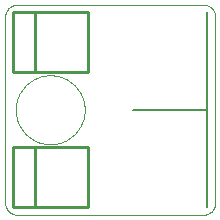
<source format=gto>
G75*
%MOIN*%
%OFA0B0*%
%FSLAX25Y25*%
%IPPOS*%
%LPD*%
%AMOC8*
5,1,8,0,0,1.08239X$1,22.5*
%
%ADD10C,0.00000*%
%ADD11C,0.00500*%
%ADD12C,0.01000*%
D10*
X0001000Y0004937D02*
X0001000Y0067063D01*
X0001002Y0067187D01*
X0001008Y0067310D01*
X0001017Y0067434D01*
X0001031Y0067556D01*
X0001048Y0067679D01*
X0001070Y0067801D01*
X0001095Y0067922D01*
X0001124Y0068042D01*
X0001156Y0068161D01*
X0001193Y0068280D01*
X0001233Y0068397D01*
X0001276Y0068512D01*
X0001324Y0068627D01*
X0001375Y0068739D01*
X0001429Y0068850D01*
X0001487Y0068960D01*
X0001548Y0069067D01*
X0001613Y0069173D01*
X0001681Y0069276D01*
X0001752Y0069377D01*
X0001826Y0069476D01*
X0001903Y0069573D01*
X0001984Y0069667D01*
X0002067Y0069758D01*
X0002153Y0069847D01*
X0002242Y0069933D01*
X0002333Y0070016D01*
X0002427Y0070097D01*
X0002524Y0070174D01*
X0002623Y0070248D01*
X0002724Y0070319D01*
X0002827Y0070387D01*
X0002933Y0070452D01*
X0003040Y0070513D01*
X0003150Y0070571D01*
X0003261Y0070625D01*
X0003373Y0070676D01*
X0003488Y0070724D01*
X0003603Y0070767D01*
X0003720Y0070807D01*
X0003839Y0070844D01*
X0003958Y0070876D01*
X0004078Y0070905D01*
X0004199Y0070930D01*
X0004321Y0070952D01*
X0004444Y0070969D01*
X0004566Y0070983D01*
X0004690Y0070992D01*
X0004813Y0070998D01*
X0004937Y0071000D01*
X0067063Y0071000D01*
X0067187Y0070998D01*
X0067310Y0070992D01*
X0067434Y0070983D01*
X0067556Y0070969D01*
X0067679Y0070952D01*
X0067801Y0070930D01*
X0067922Y0070905D01*
X0068042Y0070876D01*
X0068161Y0070844D01*
X0068280Y0070807D01*
X0068397Y0070767D01*
X0068512Y0070724D01*
X0068627Y0070676D01*
X0068739Y0070625D01*
X0068850Y0070571D01*
X0068960Y0070513D01*
X0069067Y0070452D01*
X0069173Y0070387D01*
X0069276Y0070319D01*
X0069377Y0070248D01*
X0069476Y0070174D01*
X0069573Y0070097D01*
X0069667Y0070016D01*
X0069758Y0069933D01*
X0069847Y0069847D01*
X0069933Y0069758D01*
X0070016Y0069667D01*
X0070097Y0069573D01*
X0070174Y0069476D01*
X0070248Y0069377D01*
X0070319Y0069276D01*
X0070387Y0069173D01*
X0070452Y0069067D01*
X0070513Y0068960D01*
X0070571Y0068850D01*
X0070625Y0068739D01*
X0070676Y0068627D01*
X0070724Y0068512D01*
X0070767Y0068397D01*
X0070807Y0068280D01*
X0070844Y0068161D01*
X0070876Y0068042D01*
X0070905Y0067922D01*
X0070930Y0067801D01*
X0070952Y0067679D01*
X0070969Y0067556D01*
X0070983Y0067434D01*
X0070992Y0067310D01*
X0070998Y0067187D01*
X0071000Y0067063D01*
X0071000Y0004937D01*
X0070998Y0004813D01*
X0070992Y0004690D01*
X0070983Y0004566D01*
X0070969Y0004444D01*
X0070952Y0004321D01*
X0070930Y0004199D01*
X0070905Y0004078D01*
X0070876Y0003958D01*
X0070844Y0003839D01*
X0070807Y0003720D01*
X0070767Y0003603D01*
X0070724Y0003488D01*
X0070676Y0003373D01*
X0070625Y0003261D01*
X0070571Y0003150D01*
X0070513Y0003040D01*
X0070452Y0002933D01*
X0070387Y0002827D01*
X0070319Y0002724D01*
X0070248Y0002623D01*
X0070174Y0002524D01*
X0070097Y0002427D01*
X0070016Y0002333D01*
X0069933Y0002242D01*
X0069847Y0002153D01*
X0069758Y0002067D01*
X0069667Y0001984D01*
X0069573Y0001903D01*
X0069476Y0001826D01*
X0069377Y0001752D01*
X0069276Y0001681D01*
X0069173Y0001613D01*
X0069067Y0001548D01*
X0068960Y0001487D01*
X0068850Y0001429D01*
X0068739Y0001375D01*
X0068627Y0001324D01*
X0068512Y0001276D01*
X0068397Y0001233D01*
X0068280Y0001193D01*
X0068161Y0001156D01*
X0068042Y0001124D01*
X0067922Y0001095D01*
X0067801Y0001070D01*
X0067679Y0001048D01*
X0067556Y0001031D01*
X0067434Y0001017D01*
X0067310Y0001008D01*
X0067187Y0001002D01*
X0067063Y0001000D01*
X0004937Y0001000D01*
X0004813Y0001002D01*
X0004690Y0001008D01*
X0004566Y0001017D01*
X0004444Y0001031D01*
X0004321Y0001048D01*
X0004199Y0001070D01*
X0004078Y0001095D01*
X0003958Y0001124D01*
X0003839Y0001156D01*
X0003720Y0001193D01*
X0003603Y0001233D01*
X0003488Y0001276D01*
X0003373Y0001324D01*
X0003261Y0001375D01*
X0003150Y0001429D01*
X0003040Y0001487D01*
X0002933Y0001548D01*
X0002827Y0001613D01*
X0002724Y0001681D01*
X0002623Y0001752D01*
X0002524Y0001826D01*
X0002427Y0001903D01*
X0002333Y0001984D01*
X0002242Y0002067D01*
X0002153Y0002153D01*
X0002067Y0002242D01*
X0001984Y0002333D01*
X0001903Y0002427D01*
X0001826Y0002524D01*
X0001752Y0002623D01*
X0001681Y0002724D01*
X0001613Y0002827D01*
X0001548Y0002933D01*
X0001487Y0003040D01*
X0001429Y0003150D01*
X0001375Y0003261D01*
X0001324Y0003373D01*
X0001276Y0003488D01*
X0001233Y0003603D01*
X0001193Y0003720D01*
X0001156Y0003839D01*
X0001124Y0003958D01*
X0001095Y0004078D01*
X0001070Y0004199D01*
X0001048Y0004321D01*
X0001031Y0004444D01*
X0001017Y0004566D01*
X0001008Y0004690D01*
X0001002Y0004813D01*
X0001000Y0004937D01*
X0004500Y0036000D02*
X0004503Y0036282D01*
X0004514Y0036564D01*
X0004531Y0036846D01*
X0004555Y0037127D01*
X0004586Y0037408D01*
X0004624Y0037687D01*
X0004669Y0037966D01*
X0004721Y0038244D01*
X0004779Y0038520D01*
X0004845Y0038794D01*
X0004917Y0039067D01*
X0004995Y0039338D01*
X0005080Y0039607D01*
X0005172Y0039874D01*
X0005271Y0040139D01*
X0005375Y0040401D01*
X0005487Y0040660D01*
X0005604Y0040917D01*
X0005728Y0041171D01*
X0005858Y0041421D01*
X0005994Y0041668D01*
X0006136Y0041912D01*
X0006284Y0042152D01*
X0006438Y0042389D01*
X0006598Y0042622D01*
X0006763Y0042851D01*
X0006934Y0043075D01*
X0007110Y0043296D01*
X0007292Y0043511D01*
X0007479Y0043723D01*
X0007671Y0043930D01*
X0007868Y0044132D01*
X0008070Y0044329D01*
X0008277Y0044521D01*
X0008489Y0044708D01*
X0008704Y0044890D01*
X0008925Y0045066D01*
X0009149Y0045237D01*
X0009378Y0045402D01*
X0009611Y0045562D01*
X0009848Y0045716D01*
X0010088Y0045864D01*
X0010332Y0046006D01*
X0010579Y0046142D01*
X0010829Y0046272D01*
X0011083Y0046396D01*
X0011340Y0046513D01*
X0011599Y0046625D01*
X0011861Y0046729D01*
X0012126Y0046828D01*
X0012393Y0046920D01*
X0012662Y0047005D01*
X0012933Y0047083D01*
X0013206Y0047155D01*
X0013480Y0047221D01*
X0013756Y0047279D01*
X0014034Y0047331D01*
X0014313Y0047376D01*
X0014592Y0047414D01*
X0014873Y0047445D01*
X0015154Y0047469D01*
X0015436Y0047486D01*
X0015718Y0047497D01*
X0016000Y0047500D01*
X0016282Y0047497D01*
X0016564Y0047486D01*
X0016846Y0047469D01*
X0017127Y0047445D01*
X0017408Y0047414D01*
X0017687Y0047376D01*
X0017966Y0047331D01*
X0018244Y0047279D01*
X0018520Y0047221D01*
X0018794Y0047155D01*
X0019067Y0047083D01*
X0019338Y0047005D01*
X0019607Y0046920D01*
X0019874Y0046828D01*
X0020139Y0046729D01*
X0020401Y0046625D01*
X0020660Y0046513D01*
X0020917Y0046396D01*
X0021171Y0046272D01*
X0021421Y0046142D01*
X0021668Y0046006D01*
X0021912Y0045864D01*
X0022152Y0045716D01*
X0022389Y0045562D01*
X0022622Y0045402D01*
X0022851Y0045237D01*
X0023075Y0045066D01*
X0023296Y0044890D01*
X0023511Y0044708D01*
X0023723Y0044521D01*
X0023930Y0044329D01*
X0024132Y0044132D01*
X0024329Y0043930D01*
X0024521Y0043723D01*
X0024708Y0043511D01*
X0024890Y0043296D01*
X0025066Y0043075D01*
X0025237Y0042851D01*
X0025402Y0042622D01*
X0025562Y0042389D01*
X0025716Y0042152D01*
X0025864Y0041912D01*
X0026006Y0041668D01*
X0026142Y0041421D01*
X0026272Y0041171D01*
X0026396Y0040917D01*
X0026513Y0040660D01*
X0026625Y0040401D01*
X0026729Y0040139D01*
X0026828Y0039874D01*
X0026920Y0039607D01*
X0027005Y0039338D01*
X0027083Y0039067D01*
X0027155Y0038794D01*
X0027221Y0038520D01*
X0027279Y0038244D01*
X0027331Y0037966D01*
X0027376Y0037687D01*
X0027414Y0037408D01*
X0027445Y0037127D01*
X0027469Y0036846D01*
X0027486Y0036564D01*
X0027497Y0036282D01*
X0027500Y0036000D01*
X0027497Y0035718D01*
X0027486Y0035436D01*
X0027469Y0035154D01*
X0027445Y0034873D01*
X0027414Y0034592D01*
X0027376Y0034313D01*
X0027331Y0034034D01*
X0027279Y0033756D01*
X0027221Y0033480D01*
X0027155Y0033206D01*
X0027083Y0032933D01*
X0027005Y0032662D01*
X0026920Y0032393D01*
X0026828Y0032126D01*
X0026729Y0031861D01*
X0026625Y0031599D01*
X0026513Y0031340D01*
X0026396Y0031083D01*
X0026272Y0030829D01*
X0026142Y0030579D01*
X0026006Y0030332D01*
X0025864Y0030088D01*
X0025716Y0029848D01*
X0025562Y0029611D01*
X0025402Y0029378D01*
X0025237Y0029149D01*
X0025066Y0028925D01*
X0024890Y0028704D01*
X0024708Y0028489D01*
X0024521Y0028277D01*
X0024329Y0028070D01*
X0024132Y0027868D01*
X0023930Y0027671D01*
X0023723Y0027479D01*
X0023511Y0027292D01*
X0023296Y0027110D01*
X0023075Y0026934D01*
X0022851Y0026763D01*
X0022622Y0026598D01*
X0022389Y0026438D01*
X0022152Y0026284D01*
X0021912Y0026136D01*
X0021668Y0025994D01*
X0021421Y0025858D01*
X0021171Y0025728D01*
X0020917Y0025604D01*
X0020660Y0025487D01*
X0020401Y0025375D01*
X0020139Y0025271D01*
X0019874Y0025172D01*
X0019607Y0025080D01*
X0019338Y0024995D01*
X0019067Y0024917D01*
X0018794Y0024845D01*
X0018520Y0024779D01*
X0018244Y0024721D01*
X0017966Y0024669D01*
X0017687Y0024624D01*
X0017408Y0024586D01*
X0017127Y0024555D01*
X0016846Y0024531D01*
X0016564Y0024514D01*
X0016282Y0024503D01*
X0016000Y0024500D01*
X0015718Y0024503D01*
X0015436Y0024514D01*
X0015154Y0024531D01*
X0014873Y0024555D01*
X0014592Y0024586D01*
X0014313Y0024624D01*
X0014034Y0024669D01*
X0013756Y0024721D01*
X0013480Y0024779D01*
X0013206Y0024845D01*
X0012933Y0024917D01*
X0012662Y0024995D01*
X0012393Y0025080D01*
X0012126Y0025172D01*
X0011861Y0025271D01*
X0011599Y0025375D01*
X0011340Y0025487D01*
X0011083Y0025604D01*
X0010829Y0025728D01*
X0010579Y0025858D01*
X0010332Y0025994D01*
X0010088Y0026136D01*
X0009848Y0026284D01*
X0009611Y0026438D01*
X0009378Y0026598D01*
X0009149Y0026763D01*
X0008925Y0026934D01*
X0008704Y0027110D01*
X0008489Y0027292D01*
X0008277Y0027479D01*
X0008070Y0027671D01*
X0007868Y0027868D01*
X0007671Y0028070D01*
X0007479Y0028277D01*
X0007292Y0028489D01*
X0007110Y0028704D01*
X0006934Y0028925D01*
X0006763Y0029149D01*
X0006598Y0029378D01*
X0006438Y0029611D01*
X0006284Y0029848D01*
X0006136Y0030088D01*
X0005994Y0030332D01*
X0005858Y0030579D01*
X0005728Y0030829D01*
X0005604Y0031083D01*
X0005487Y0031340D01*
X0005375Y0031599D01*
X0005271Y0031861D01*
X0005172Y0032126D01*
X0005080Y0032393D01*
X0004995Y0032662D01*
X0004917Y0032933D01*
X0004845Y0033206D01*
X0004779Y0033480D01*
X0004721Y0033756D01*
X0004669Y0034034D01*
X0004624Y0034313D01*
X0004586Y0034592D01*
X0004555Y0034873D01*
X0004531Y0035154D01*
X0004514Y0035436D01*
X0004503Y0035718D01*
X0004500Y0036000D01*
D11*
X0043500Y0036000D02*
X0068200Y0036000D01*
X0068200Y0003500D01*
X0068200Y0036000D02*
X0068200Y0068500D01*
D12*
X0011000Y0003500D02*
X0003500Y0003500D01*
X0003500Y0023500D01*
X0011000Y0023500D01*
X0011000Y0003500D01*
X0028500Y0003500D01*
X0028500Y0023500D01*
X0011000Y0023500D01*
X0011000Y0048500D02*
X0003500Y0048500D01*
X0003500Y0068500D01*
X0011000Y0068500D01*
X0011000Y0048500D01*
X0028500Y0048500D01*
X0028500Y0068500D01*
X0011000Y0068500D01*
M02*

</source>
